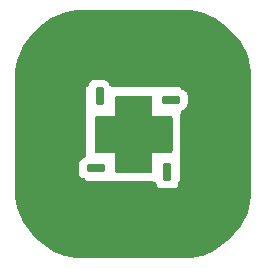
<source format=gbr>
%TF.GenerationSoftware,KiCad,Pcbnew,6.0.6-1.fc36*%
%TF.CreationDate,2022-07-31T18:36:50+02:00*%
%TF.ProjectId,CosmicWatch-ventidue,436f736d-6963-4576-9174-63682d76656e,rev?*%
%TF.SameCoordinates,Original*%
%TF.FileFunction,Soldermask,Bot*%
%TF.FilePolarity,Negative*%
%FSLAX46Y46*%
G04 Gerber Fmt 4.6, Leading zero omitted, Abs format (unit mm)*
G04 Created by KiCad (PCBNEW 6.0.6-1.fc36) date 2022-07-31 18:36:50*
%MOMM*%
%LPD*%
G01*
G04 APERTURE LIST*
G04 Aperture macros list*
%AMRoundRect*
0 Rectangle with rounded corners*
0 $1 Rounding radius*
0 $2 $3 $4 $5 $6 $7 $8 $9 X,Y pos of 4 corners*
0 Add a 4 corners polygon primitive as box body*
4,1,4,$2,$3,$4,$5,$6,$7,$8,$9,$2,$3,0*
0 Add four circle primitives for the rounded corners*
1,1,$1+$1,$2,$3*
1,1,$1+$1,$4,$5*
1,1,$1+$1,$6,$7*
1,1,$1+$1,$8,$9*
0 Add four rect primitives between the rounded corners*
20,1,$1+$1,$2,$3,$4,$5,0*
20,1,$1+$1,$4,$5,$6,$7,0*
20,1,$1+$1,$6,$7,$8,$9,0*
20,1,$1+$1,$8,$9,$2,$3,0*%
G04 Aperture macros list end*
%ADD10C,0.000100*%
%ADD11RoundRect,0.090000X0.210000X-0.647500X0.210000X0.647500X-0.210000X0.647500X-0.210000X-0.647500X0*%
%ADD12RoundRect,0.090000X-0.647500X-0.210000X0.647500X-0.210000X0.647500X0.210000X-0.647500X0.210000X0*%
%ADD13RoundRect,0.090000X-0.210000X0.647500X-0.210000X-0.647500X0.210000X-0.647500X0.210000X0.647500X0*%
%ADD14RoundRect,0.090000X0.647500X0.210000X-0.647500X0.210000X-0.647500X-0.210000X0.647500X-0.210000X0*%
G04 APERTURE END LIST*
%TO.C,D301*%
G36*
X76362000Y-134251000D02*
G01*
X76384000Y-134255000D01*
X76394000Y-134257000D01*
X76405000Y-134260000D01*
X76425000Y-134268000D01*
X76445000Y-134278000D01*
X76463000Y-134290000D01*
X76481000Y-134304000D01*
X76488000Y-134312000D01*
X76496000Y-134319000D01*
X76510000Y-134337000D01*
X76522000Y-134355000D01*
X76532000Y-134375000D01*
X76540000Y-134395000D01*
X76543000Y-134406000D01*
X76545000Y-134416000D01*
X76549000Y-134438000D01*
X76550000Y-134449000D01*
X76550000Y-135950000D01*
X78051000Y-135950000D01*
X78062000Y-135951000D01*
X78084000Y-135955000D01*
X78094000Y-135957000D01*
X78105000Y-135960000D01*
X78125000Y-135968000D01*
X78145000Y-135978000D01*
X78163000Y-135990000D01*
X78181000Y-136004000D01*
X78188000Y-136012000D01*
X78196000Y-136019000D01*
X78210000Y-136037000D01*
X78222000Y-136055000D01*
X78232000Y-136075000D01*
X78240000Y-136095000D01*
X78243000Y-136106000D01*
X78245000Y-136116000D01*
X78249000Y-136138000D01*
X78250000Y-136149000D01*
X78250000Y-138832000D01*
X78249000Y-138844000D01*
X78245000Y-138868000D01*
X78242000Y-138880000D01*
X78239000Y-138891000D01*
X78235000Y-138902000D01*
X78230000Y-138914000D01*
X78225000Y-138924000D01*
X78219000Y-138935000D01*
X78213000Y-138945000D01*
X78199000Y-138965000D01*
X78183000Y-138983000D01*
X78165000Y-138999000D01*
X78145000Y-139013000D01*
X78135000Y-139019000D01*
X78124000Y-139025000D01*
X78114000Y-139030000D01*
X78102000Y-139035000D01*
X78091000Y-139039000D01*
X78080000Y-139042000D01*
X78068000Y-139045000D01*
X78044000Y-139049000D01*
X78032000Y-139050000D01*
X76550000Y-139050000D01*
X76550000Y-140551000D01*
X76549000Y-140562000D01*
X76545000Y-140584000D01*
X76543000Y-140594000D01*
X76540000Y-140605000D01*
X76532000Y-140625000D01*
X76522000Y-140645000D01*
X76510000Y-140663000D01*
X76496000Y-140681000D01*
X76488000Y-140688000D01*
X76481000Y-140696000D01*
X76463000Y-140710000D01*
X76445000Y-140722000D01*
X76425000Y-140732000D01*
X76405000Y-140740000D01*
X76394000Y-140743000D01*
X76384000Y-140745000D01*
X76362000Y-140749000D01*
X76351000Y-140750000D01*
X73649000Y-140750000D01*
X73638000Y-140749000D01*
X73616000Y-140745000D01*
X73606000Y-140743000D01*
X73595000Y-140740000D01*
X73575000Y-140732000D01*
X73555000Y-140722000D01*
X73537000Y-140710000D01*
X73519000Y-140696000D01*
X73512000Y-140688000D01*
X73504000Y-140681000D01*
X73490000Y-140663000D01*
X73478000Y-140645000D01*
X73468000Y-140625000D01*
X73460000Y-140605000D01*
X73457000Y-140594000D01*
X73455000Y-140584000D01*
X73451000Y-140562000D01*
X73450000Y-140551000D01*
X73450000Y-139050000D01*
X71958000Y-139050000D01*
X71947000Y-139049000D01*
X71936000Y-139047000D01*
X71924000Y-139045000D01*
X71913000Y-139043000D01*
X71891000Y-139035000D01*
X71881000Y-139031000D01*
X71870000Y-139026000D01*
X71860000Y-139021000D01*
X71850000Y-139015000D01*
X71832000Y-139001000D01*
X71823000Y-138993000D01*
X71814000Y-138986000D01*
X71807000Y-138977000D01*
X71799000Y-138968000D01*
X71785000Y-138950000D01*
X71779000Y-138940000D01*
X71774000Y-138930000D01*
X71769000Y-138919000D01*
X71765000Y-138909000D01*
X71757000Y-138887000D01*
X71755000Y-138876000D01*
X71753000Y-138864000D01*
X71751000Y-138853000D01*
X71750000Y-138842000D01*
X71750000Y-136149000D01*
X71751000Y-136138000D01*
X71755000Y-136116000D01*
X71757000Y-136106000D01*
X71760000Y-136095000D01*
X71768000Y-136075000D01*
X71778000Y-136055000D01*
X71790000Y-136037000D01*
X71804000Y-136019000D01*
X71812000Y-136012000D01*
X71819000Y-136004000D01*
X71837000Y-135990000D01*
X71855000Y-135978000D01*
X71875000Y-135968000D01*
X71895000Y-135960000D01*
X71906000Y-135957000D01*
X71916000Y-135955000D01*
X71938000Y-135951000D01*
X71949000Y-135950000D01*
X73450000Y-135950000D01*
X73450000Y-134458000D01*
X73451000Y-134447000D01*
X73453000Y-134436000D01*
X73455000Y-134424000D01*
X73457000Y-134413000D01*
X73465000Y-134391000D01*
X73469000Y-134381000D01*
X73474000Y-134370000D01*
X73479000Y-134360000D01*
X73485000Y-134350000D01*
X73499000Y-134332000D01*
X73507000Y-134323000D01*
X73514000Y-134314000D01*
X73523000Y-134307000D01*
X73532000Y-134299000D01*
X73550000Y-134285000D01*
X73560000Y-134279000D01*
X73570000Y-134274000D01*
X73581000Y-134269000D01*
X73591000Y-134265000D01*
X73613000Y-134257000D01*
X73624000Y-134255000D01*
X73636000Y-134253000D01*
X73647000Y-134251000D01*
X73658000Y-134250000D01*
X76351000Y-134250000D01*
X76362000Y-134251000D01*
G37*
D10*
X76362000Y-134251000D02*
X76384000Y-134255000D01*
X76394000Y-134257000D01*
X76405000Y-134260000D01*
X76425000Y-134268000D01*
X76445000Y-134278000D01*
X76463000Y-134290000D01*
X76481000Y-134304000D01*
X76488000Y-134312000D01*
X76496000Y-134319000D01*
X76510000Y-134337000D01*
X76522000Y-134355000D01*
X76532000Y-134375000D01*
X76540000Y-134395000D01*
X76543000Y-134406000D01*
X76545000Y-134416000D01*
X76549000Y-134438000D01*
X76550000Y-134449000D01*
X76550000Y-135950000D01*
X78051000Y-135950000D01*
X78062000Y-135951000D01*
X78084000Y-135955000D01*
X78094000Y-135957000D01*
X78105000Y-135960000D01*
X78125000Y-135968000D01*
X78145000Y-135978000D01*
X78163000Y-135990000D01*
X78181000Y-136004000D01*
X78188000Y-136012000D01*
X78196000Y-136019000D01*
X78210000Y-136037000D01*
X78222000Y-136055000D01*
X78232000Y-136075000D01*
X78240000Y-136095000D01*
X78243000Y-136106000D01*
X78245000Y-136116000D01*
X78249000Y-136138000D01*
X78250000Y-136149000D01*
X78250000Y-138832000D01*
X78249000Y-138844000D01*
X78245000Y-138868000D01*
X78242000Y-138880000D01*
X78239000Y-138891000D01*
X78235000Y-138902000D01*
X78230000Y-138914000D01*
X78225000Y-138924000D01*
X78219000Y-138935000D01*
X78213000Y-138945000D01*
X78199000Y-138965000D01*
X78183000Y-138983000D01*
X78165000Y-138999000D01*
X78145000Y-139013000D01*
X78135000Y-139019000D01*
X78124000Y-139025000D01*
X78114000Y-139030000D01*
X78102000Y-139035000D01*
X78091000Y-139039000D01*
X78080000Y-139042000D01*
X78068000Y-139045000D01*
X78044000Y-139049000D01*
X78032000Y-139050000D01*
X76550000Y-139050000D01*
X76550000Y-140551000D01*
X76549000Y-140562000D01*
X76545000Y-140584000D01*
X76543000Y-140594000D01*
X76540000Y-140605000D01*
X76532000Y-140625000D01*
X76522000Y-140645000D01*
X76510000Y-140663000D01*
X76496000Y-140681000D01*
X76488000Y-140688000D01*
X76481000Y-140696000D01*
X76463000Y-140710000D01*
X76445000Y-140722000D01*
X76425000Y-140732000D01*
X76405000Y-140740000D01*
X76394000Y-140743000D01*
X76384000Y-140745000D01*
X76362000Y-140749000D01*
X76351000Y-140750000D01*
X73649000Y-140750000D01*
X73638000Y-140749000D01*
X73616000Y-140745000D01*
X73606000Y-140743000D01*
X73595000Y-140740000D01*
X73575000Y-140732000D01*
X73555000Y-140722000D01*
X73537000Y-140710000D01*
X73519000Y-140696000D01*
X73512000Y-140688000D01*
X73504000Y-140681000D01*
X73490000Y-140663000D01*
X73478000Y-140645000D01*
X73468000Y-140625000D01*
X73460000Y-140605000D01*
X73457000Y-140594000D01*
X73455000Y-140584000D01*
X73451000Y-140562000D01*
X73450000Y-140551000D01*
X73450000Y-139050000D01*
X71958000Y-139050000D01*
X71947000Y-139049000D01*
X71936000Y-139047000D01*
X71924000Y-139045000D01*
X71913000Y-139043000D01*
X71891000Y-139035000D01*
X71881000Y-139031000D01*
X71870000Y-139026000D01*
X71860000Y-139021000D01*
X71850000Y-139015000D01*
X71832000Y-139001000D01*
X71823000Y-138993000D01*
X71814000Y-138986000D01*
X71807000Y-138977000D01*
X71799000Y-138968000D01*
X71785000Y-138950000D01*
X71779000Y-138940000D01*
X71774000Y-138930000D01*
X71769000Y-138919000D01*
X71765000Y-138909000D01*
X71757000Y-138887000D01*
X71755000Y-138876000D01*
X71753000Y-138864000D01*
X71751000Y-138853000D01*
X71750000Y-138842000D01*
X71750000Y-136149000D01*
X71751000Y-136138000D01*
X71755000Y-136116000D01*
X71757000Y-136106000D01*
X71760000Y-136095000D01*
X71768000Y-136075000D01*
X71778000Y-136055000D01*
X71790000Y-136037000D01*
X71804000Y-136019000D01*
X71812000Y-136012000D01*
X71819000Y-136004000D01*
X71837000Y-135990000D01*
X71855000Y-135978000D01*
X71875000Y-135968000D01*
X71895000Y-135960000D01*
X71906000Y-135957000D01*
X71916000Y-135955000D01*
X71938000Y-135951000D01*
X71949000Y-135950000D01*
X73450000Y-135950000D01*
X73450000Y-134458000D01*
X73451000Y-134447000D01*
X73453000Y-134436000D01*
X73455000Y-134424000D01*
X73457000Y-134413000D01*
X73465000Y-134391000D01*
X73469000Y-134381000D01*
X73474000Y-134370000D01*
X73479000Y-134360000D01*
X73485000Y-134350000D01*
X73499000Y-134332000D01*
X73507000Y-134323000D01*
X73514000Y-134314000D01*
X73523000Y-134307000D01*
X73532000Y-134299000D01*
X73550000Y-134285000D01*
X73560000Y-134279000D01*
X73570000Y-134274000D01*
X73581000Y-134269000D01*
X73591000Y-134265000D01*
X73613000Y-134257000D01*
X73624000Y-134255000D01*
X73636000Y-134253000D01*
X73647000Y-134251000D01*
X73658000Y-134250000D01*
X76351000Y-134250000D01*
X76362000Y-134251000D01*
%TD*%
D11*
%TO.C,D301*%
X77850000Y-140687500D03*
D12*
X71812500Y-140350000D03*
D13*
X72150000Y-134312500D03*
D14*
X78187500Y-134650000D03*
%TD*%
G36*
X79431680Y-127000120D02*
G01*
X79859215Y-127018787D01*
X79870165Y-127019745D01*
X80291719Y-127075243D01*
X80302545Y-127077152D01*
X80717658Y-127169181D01*
X80728275Y-127172026D01*
X81133782Y-127299881D01*
X81144111Y-127303640D01*
X81536947Y-127466358D01*
X81546909Y-127471004D01*
X81924049Y-127667331D01*
X81933569Y-127672827D01*
X82292169Y-127901281D01*
X82301173Y-127907585D01*
X82638511Y-128166433D01*
X82646931Y-128173499D01*
X82962446Y-128462615D01*
X82966417Y-128466417D01*
X83533583Y-129033583D01*
X83537385Y-129037554D01*
X83826501Y-129353069D01*
X83833567Y-129361489D01*
X84092415Y-129698827D01*
X84098719Y-129707831D01*
X84327173Y-130066431D01*
X84332669Y-130075951D01*
X84528996Y-130453091D01*
X84533642Y-130463053D01*
X84696360Y-130855889D01*
X84700119Y-130866218D01*
X84827974Y-131271725D01*
X84830819Y-131282342D01*
X84922848Y-131697455D01*
X84924757Y-131708281D01*
X84980255Y-132129835D01*
X84981213Y-132140785D01*
X84999880Y-132568320D01*
X85000000Y-132573816D01*
X85000000Y-142426184D01*
X84999880Y-142431680D01*
X84981213Y-142859215D01*
X84980255Y-142870165D01*
X84924757Y-143291719D01*
X84922848Y-143302545D01*
X84830819Y-143717658D01*
X84827974Y-143728275D01*
X84700119Y-144133782D01*
X84696360Y-144144111D01*
X84533642Y-144536947D01*
X84528996Y-144546909D01*
X84332669Y-144924049D01*
X84327173Y-144933569D01*
X84098719Y-145292169D01*
X84092415Y-145301173D01*
X83833567Y-145638511D01*
X83826501Y-145646931D01*
X83537385Y-145962446D01*
X83533583Y-145966417D01*
X82966417Y-146533583D01*
X82962446Y-146537385D01*
X82646931Y-146826501D01*
X82638511Y-146833567D01*
X82301173Y-147092415D01*
X82292169Y-147098719D01*
X81933569Y-147327173D01*
X81924049Y-147332669D01*
X81546909Y-147528996D01*
X81536947Y-147533642D01*
X81144111Y-147696360D01*
X81133782Y-147700119D01*
X80728275Y-147827974D01*
X80717658Y-147830819D01*
X80302545Y-147922848D01*
X80291719Y-147924757D01*
X79870165Y-147980255D01*
X79859215Y-147981213D01*
X79431680Y-147999880D01*
X79426184Y-148000000D01*
X70573816Y-148000000D01*
X70568320Y-147999880D01*
X70140785Y-147981213D01*
X70129835Y-147980255D01*
X69708281Y-147924757D01*
X69697455Y-147922848D01*
X69282342Y-147830819D01*
X69271725Y-147827974D01*
X68866218Y-147700119D01*
X68855889Y-147696360D01*
X68463053Y-147533642D01*
X68453091Y-147528996D01*
X68075951Y-147332669D01*
X68066431Y-147327173D01*
X67707831Y-147098719D01*
X67698827Y-147092415D01*
X67361489Y-146833567D01*
X67353069Y-146826501D01*
X67037554Y-146537385D01*
X67033583Y-146533583D01*
X66466417Y-145966417D01*
X66462615Y-145962446D01*
X66173499Y-145646931D01*
X66166433Y-145638511D01*
X65907585Y-145301173D01*
X65901281Y-145292169D01*
X65672827Y-144933569D01*
X65667331Y-144924049D01*
X65471004Y-144546909D01*
X65466358Y-144536947D01*
X65303640Y-144144111D01*
X65299881Y-144133782D01*
X65172026Y-143728275D01*
X65169181Y-143717658D01*
X65077152Y-143302545D01*
X65075243Y-143291719D01*
X65019745Y-142870165D01*
X65018787Y-142859215D01*
X65000120Y-142431680D01*
X65000000Y-142426184D01*
X65000000Y-140778852D01*
X70400000Y-140778852D01*
X70400765Y-140788635D01*
X70419684Y-140908821D01*
X70425667Y-140927355D01*
X70478366Y-141031514D01*
X70489753Y-141047313D01*
X70571901Y-141130244D01*
X70587595Y-141141783D01*
X70695623Y-141197733D01*
X70704674Y-141201558D01*
X70886316Y-141262105D01*
X70921110Y-141280125D01*
X70941039Y-141294778D01*
X70986307Y-141357584D01*
X70999221Y-141397587D01*
X71000970Y-141402342D01*
X71022356Y-141453972D01*
X71039129Y-141474787D01*
X71088534Y-141495251D01*
X71112410Y-141500000D01*
X76687590Y-141500000D01*
X76712171Y-141502421D01*
X76790223Y-141517946D01*
X76835645Y-141536760D01*
X76891294Y-141573944D01*
X76926056Y-141608706D01*
X76963240Y-141664355D01*
X76982054Y-141709777D01*
X77020415Y-141902633D01*
X77029731Y-141925124D01*
X77080975Y-142001816D01*
X77098184Y-142019025D01*
X77174876Y-142070269D01*
X77197367Y-142079585D01*
X77293932Y-142098793D01*
X77306187Y-142100000D01*
X78493813Y-142100000D01*
X78506068Y-142098793D01*
X78602633Y-142079585D01*
X78625124Y-142070269D01*
X78701816Y-142019025D01*
X78719025Y-142001816D01*
X78770269Y-141925124D01*
X78779585Y-141902633D01*
X78798793Y-141806068D01*
X78800000Y-141793813D01*
X78800000Y-141625611D01*
X78820002Y-141557490D01*
X78877783Y-141509202D01*
X78953973Y-141477644D01*
X78974787Y-141460871D01*
X78995251Y-141411466D01*
X79000000Y-141387590D01*
X79000000Y-135826082D01*
X79001533Y-135806489D01*
X79018133Y-135701033D01*
X79030171Y-135663743D01*
X79073862Y-135577388D01*
X79096774Y-135545599D01*
X79164882Y-135476842D01*
X79196452Y-135453630D01*
X79412405Y-135341783D01*
X79428099Y-135330244D01*
X79510247Y-135247313D01*
X79521634Y-135231514D01*
X79574333Y-135127355D01*
X79580316Y-135108821D01*
X79599235Y-134988635D01*
X79600000Y-134978852D01*
X79600000Y-134221148D01*
X79599235Y-134211365D01*
X79580316Y-134091179D01*
X79574333Y-134072645D01*
X79521634Y-133968486D01*
X79510247Y-133952687D01*
X79428099Y-133869756D01*
X79412405Y-133858217D01*
X79304377Y-133802267D01*
X79295326Y-133798442D01*
X79113684Y-133737895D01*
X79078890Y-133719875D01*
X79058961Y-133705222D01*
X79013693Y-133642416D01*
X79000779Y-133602413D01*
X78999030Y-133597658D01*
X78977644Y-133546028D01*
X78960871Y-133525213D01*
X78911466Y-133504749D01*
X78887590Y-133500000D01*
X73326082Y-133500000D01*
X73306489Y-133498467D01*
X73201033Y-133481867D01*
X73163743Y-133469829D01*
X73077388Y-133426138D01*
X73045599Y-133403226D01*
X72976842Y-133335118D01*
X72953630Y-133303548D01*
X72841783Y-133087595D01*
X72830244Y-133071901D01*
X72747313Y-132989753D01*
X72731514Y-132978366D01*
X72627355Y-132925667D01*
X72608821Y-132919684D01*
X72488635Y-132900765D01*
X72478852Y-132900000D01*
X71721148Y-132900000D01*
X71711365Y-132900765D01*
X71591179Y-132919684D01*
X71572645Y-132925667D01*
X71468486Y-132978366D01*
X71452687Y-132989753D01*
X71369756Y-133071901D01*
X71358217Y-133087595D01*
X71302267Y-133195623D01*
X71298442Y-133204674D01*
X71237895Y-133386316D01*
X71219875Y-133421110D01*
X71205222Y-133441039D01*
X71142416Y-133486307D01*
X71102413Y-133499221D01*
X71097658Y-133500970D01*
X71046028Y-133522356D01*
X71025213Y-133539129D01*
X71004749Y-133588534D01*
X71000000Y-133612410D01*
X71000000Y-139173918D01*
X70998467Y-139193511D01*
X70981867Y-139298967D01*
X70969829Y-139336257D01*
X70926138Y-139422612D01*
X70903226Y-139454401D01*
X70835118Y-139523158D01*
X70803548Y-139546370D01*
X70587595Y-139658217D01*
X70571901Y-139669756D01*
X70489753Y-139752687D01*
X70478366Y-139768486D01*
X70425667Y-139872645D01*
X70419684Y-139891179D01*
X70400765Y-140011365D01*
X70400000Y-140021148D01*
X70400000Y-140778852D01*
X65000000Y-140778852D01*
X65000000Y-132573816D01*
X65000120Y-132568320D01*
X65018787Y-132140785D01*
X65019745Y-132129835D01*
X65075243Y-131708281D01*
X65077152Y-131697455D01*
X65169181Y-131282342D01*
X65172026Y-131271725D01*
X65299881Y-130866218D01*
X65303640Y-130855889D01*
X65466358Y-130463053D01*
X65471004Y-130453091D01*
X65667331Y-130075951D01*
X65672827Y-130066431D01*
X65901281Y-129707831D01*
X65907585Y-129698827D01*
X66166433Y-129361489D01*
X66173499Y-129353069D01*
X66462615Y-129037554D01*
X66466417Y-129033583D01*
X67033583Y-128466417D01*
X67037554Y-128462615D01*
X67353069Y-128173499D01*
X67361489Y-128166433D01*
X67698827Y-127907585D01*
X67707831Y-127901281D01*
X68066431Y-127672827D01*
X68075951Y-127667331D01*
X68453091Y-127471004D01*
X68463053Y-127466358D01*
X68855889Y-127303640D01*
X68866218Y-127299881D01*
X69271725Y-127172026D01*
X69282342Y-127169181D01*
X69697455Y-127077152D01*
X69708281Y-127075243D01*
X70129835Y-127019745D01*
X70140785Y-127018787D01*
X70568320Y-127000120D01*
X70573816Y-127000000D01*
X79426184Y-127000000D01*
X79431680Y-127000120D01*
G37*
M02*

</source>
